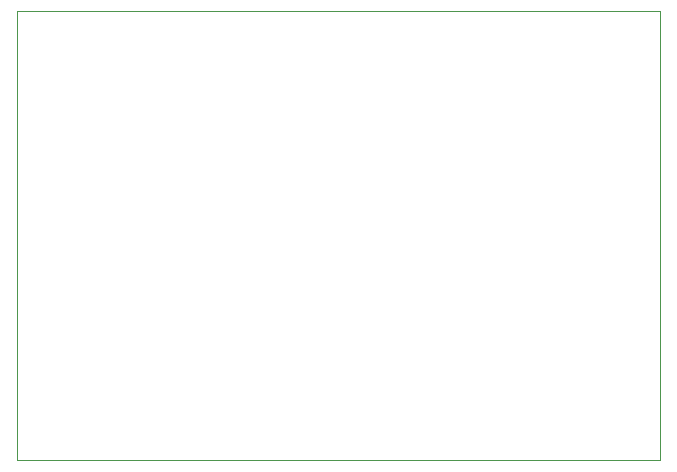
<source format=gbr>
%TF.GenerationSoftware,KiCad,Pcbnew,8.0.2*%
%TF.CreationDate,2024-12-18T13:20:37+01:00*%
%TF.ProjectId,OSSD_CDU,4f535344-5f43-4445-952e-6b696361645f,rev?*%
%TF.SameCoordinates,Original*%
%TF.FileFunction,Profile,NP*%
%FSLAX46Y46*%
G04 Gerber Fmt 4.6, Leading zero omitted, Abs format (unit mm)*
G04 Created by KiCad (PCBNEW 8.0.2) date 2024-12-18 13:20:37*
%MOMM*%
%LPD*%
G01*
G04 APERTURE LIST*
%TA.AperFunction,Profile*%
%ADD10C,0.100000*%
%TD*%
G04 APERTURE END LIST*
D10*
X105500000Y-126000000D02*
X160000000Y-126000000D01*
X160000000Y-164000000D01*
X105500000Y-164000000D01*
X105500000Y-126000000D01*
M02*

</source>
